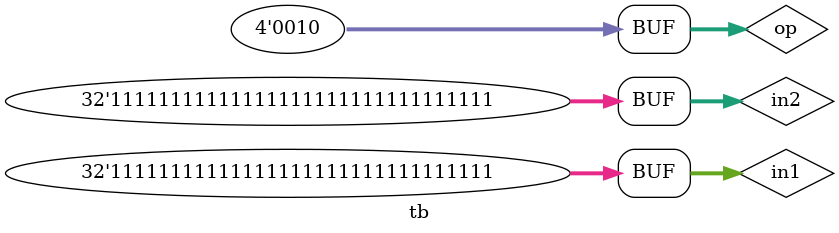
<source format=v>
`timescale 1ns / 1ps


module tb();
reg [31:0]in1;
reg[31:0]in2;
reg[3:0]op;
wire [31:0]res;
wire zero;
wire overflow,carryout;
ALU A(in1,in2,op,carryout,zero,overflow,res);
initial begin

in1=32'd5;
in2=32'd10;

//checking &
op=4'b0000;

//checking |
#5
op=4'b0001;

//checking +
#5
op=4'b0010;

//checking -
#5
op=4'b0110;

//checking lessthan
#5
op=4'b0111;

//checking Bigger THAN
#5
op=4'b1110;

//checking Nor
#5
op=4'b1100;

//checking Nand
#5
op=4'b1111;

//checking shift left
#5
op=4'b1000;

//checking shift right
#5
op=4'b0100;

//checking multiplication
#5
op=4'b0101;

//checking overflow
#5
in1=32'b11111111111111111111111111111111;
in2=32'b11111111111111111111111111111111;
op=4'b0010;

end
endmodule 
</source>
